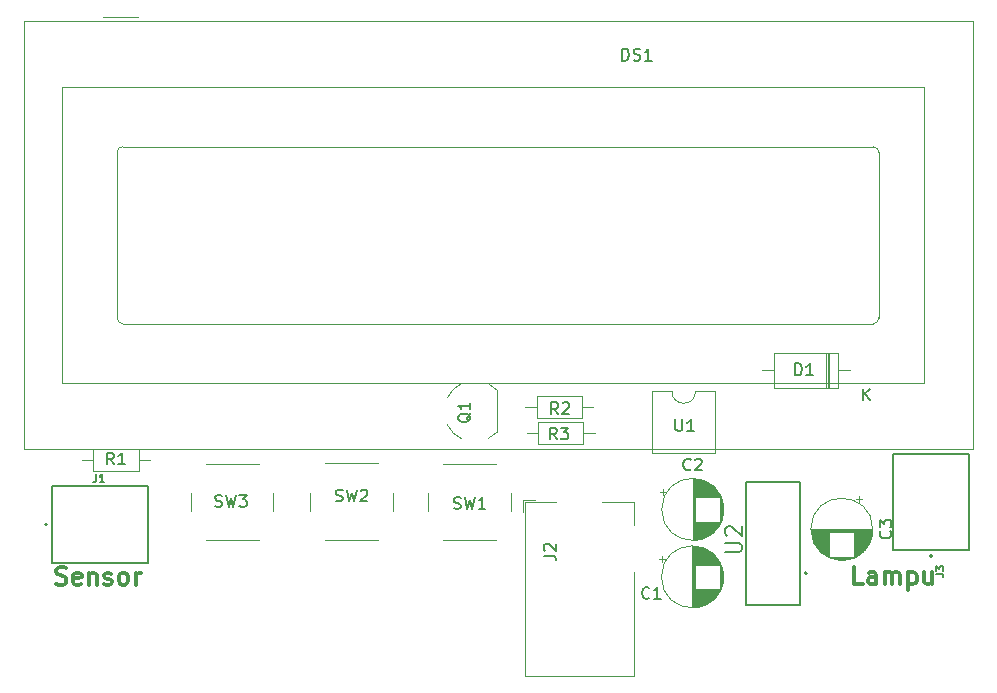
<source format=gbr>
%TF.GenerationSoftware,KiCad,Pcbnew,(6.0.0)*%
%TF.CreationDate,2022-01-31T23:05:30+07:00*%
%TF.ProjectId,eggmodel_V1.1,6567676d-6f64-4656-9c5f-56312e312e6b,rev?*%
%TF.SameCoordinates,Original*%
%TF.FileFunction,Legend,Top*%
%TF.FilePolarity,Positive*%
%FSLAX46Y46*%
G04 Gerber Fmt 4.6, Leading zero omitted, Abs format (unit mm)*
G04 Created by KiCad (PCBNEW (6.0.0)) date 2022-01-31 23:05:30*
%MOMM*%
%LPD*%
G01*
G04 APERTURE LIST*
%ADD10C,0.300000*%
%ADD11C,0.150000*%
%ADD12C,0.127000*%
%ADD13C,0.200000*%
%ADD14C,0.120000*%
G04 APERTURE END LIST*
D10*
X155278571Y-128958571D02*
X154564285Y-128958571D01*
X154564285Y-127458571D01*
X156421428Y-128958571D02*
X156421428Y-128172857D01*
X156350000Y-128030000D01*
X156207142Y-127958571D01*
X155921428Y-127958571D01*
X155778571Y-128030000D01*
X156421428Y-128887142D02*
X156278571Y-128958571D01*
X155921428Y-128958571D01*
X155778571Y-128887142D01*
X155707142Y-128744285D01*
X155707142Y-128601428D01*
X155778571Y-128458571D01*
X155921428Y-128387142D01*
X156278571Y-128387142D01*
X156421428Y-128315714D01*
X157135714Y-128958571D02*
X157135714Y-127958571D01*
X157135714Y-128101428D02*
X157207142Y-128030000D01*
X157350000Y-127958571D01*
X157564285Y-127958571D01*
X157707142Y-128030000D01*
X157778571Y-128172857D01*
X157778571Y-128958571D01*
X157778571Y-128172857D02*
X157850000Y-128030000D01*
X157992857Y-127958571D01*
X158207142Y-127958571D01*
X158350000Y-128030000D01*
X158421428Y-128172857D01*
X158421428Y-128958571D01*
X159135714Y-127958571D02*
X159135714Y-129458571D01*
X159135714Y-128030000D02*
X159278571Y-127958571D01*
X159564285Y-127958571D01*
X159707142Y-128030000D01*
X159778571Y-128101428D01*
X159850000Y-128244285D01*
X159850000Y-128672857D01*
X159778571Y-128815714D01*
X159707142Y-128887142D01*
X159564285Y-128958571D01*
X159278571Y-128958571D01*
X159135714Y-128887142D01*
X161135714Y-127958571D02*
X161135714Y-128958571D01*
X160492857Y-127958571D02*
X160492857Y-128744285D01*
X160564285Y-128887142D01*
X160707142Y-128958571D01*
X160921428Y-128958571D01*
X161064285Y-128887142D01*
X161135714Y-128815714D01*
X87000000Y-128917142D02*
X87214285Y-128988571D01*
X87571428Y-128988571D01*
X87714285Y-128917142D01*
X87785714Y-128845714D01*
X87857142Y-128702857D01*
X87857142Y-128560000D01*
X87785714Y-128417142D01*
X87714285Y-128345714D01*
X87571428Y-128274285D01*
X87285714Y-128202857D01*
X87142857Y-128131428D01*
X87071428Y-128060000D01*
X87000000Y-127917142D01*
X87000000Y-127774285D01*
X87071428Y-127631428D01*
X87142857Y-127560000D01*
X87285714Y-127488571D01*
X87642857Y-127488571D01*
X87857142Y-127560000D01*
X89071428Y-128917142D02*
X88928571Y-128988571D01*
X88642857Y-128988571D01*
X88500000Y-128917142D01*
X88428571Y-128774285D01*
X88428571Y-128202857D01*
X88500000Y-128060000D01*
X88642857Y-127988571D01*
X88928571Y-127988571D01*
X89071428Y-128060000D01*
X89142857Y-128202857D01*
X89142857Y-128345714D01*
X88428571Y-128488571D01*
X89785714Y-127988571D02*
X89785714Y-128988571D01*
X89785714Y-128131428D02*
X89857142Y-128060000D01*
X90000000Y-127988571D01*
X90214285Y-127988571D01*
X90357142Y-128060000D01*
X90428571Y-128202857D01*
X90428571Y-128988571D01*
X91071428Y-128917142D02*
X91214285Y-128988571D01*
X91500000Y-128988571D01*
X91642857Y-128917142D01*
X91714285Y-128774285D01*
X91714285Y-128702857D01*
X91642857Y-128560000D01*
X91500000Y-128488571D01*
X91285714Y-128488571D01*
X91142857Y-128417142D01*
X91071428Y-128274285D01*
X91071428Y-128202857D01*
X91142857Y-128060000D01*
X91285714Y-127988571D01*
X91500000Y-127988571D01*
X91642857Y-128060000D01*
X92571428Y-128988571D02*
X92428571Y-128917142D01*
X92357142Y-128845714D01*
X92285714Y-128702857D01*
X92285714Y-128274285D01*
X92357142Y-128131428D01*
X92428571Y-128060000D01*
X92571428Y-127988571D01*
X92785714Y-127988571D01*
X92928571Y-128060000D01*
X93000000Y-128131428D01*
X93071428Y-128274285D01*
X93071428Y-128702857D01*
X93000000Y-128845714D01*
X92928571Y-128917142D01*
X92785714Y-128988571D01*
X92571428Y-128988571D01*
X93714285Y-128988571D02*
X93714285Y-127988571D01*
X93714285Y-128274285D02*
X93785714Y-128131428D01*
X93857142Y-128060000D01*
X94000000Y-127988571D01*
X94142857Y-127988571D01*
D11*
%TO.C,J3*%
X161469415Y-128073399D02*
X161926699Y-128073399D01*
X162018156Y-128103884D01*
X162079127Y-128164856D01*
X162109613Y-128256313D01*
X162109613Y-128317284D01*
X161469415Y-127829514D02*
X161469415Y-127433201D01*
X161713300Y-127646600D01*
X161713300Y-127555143D01*
X161743785Y-127494172D01*
X161774271Y-127463686D01*
X161835242Y-127433201D01*
X161987670Y-127433201D01*
X162048642Y-127463686D01*
X162079127Y-127494172D01*
X162109613Y-127555143D01*
X162109613Y-127738057D01*
X162079127Y-127799028D01*
X162048642Y-127829514D01*
%TO.C,J2*%
X128269880Y-126543333D02*
X128984166Y-126543333D01*
X129127023Y-126590952D01*
X129222261Y-126686190D01*
X129269880Y-126829047D01*
X129269880Y-126924285D01*
X128365119Y-126114761D02*
X128317500Y-126067142D01*
X128269880Y-125971904D01*
X128269880Y-125733809D01*
X128317500Y-125638571D01*
X128365119Y-125590952D01*
X128460357Y-125543333D01*
X128555595Y-125543333D01*
X128698452Y-125590952D01*
X129269880Y-126162380D01*
X129269880Y-125543333D01*
%TO.C,R1*%
X91873333Y-118822380D02*
X91540000Y-118346190D01*
X91301904Y-118822380D02*
X91301904Y-117822380D01*
X91682857Y-117822380D01*
X91778095Y-117870000D01*
X91825714Y-117917619D01*
X91873333Y-118012857D01*
X91873333Y-118155714D01*
X91825714Y-118250952D01*
X91778095Y-118298571D01*
X91682857Y-118346190D01*
X91301904Y-118346190D01*
X92825714Y-118822380D02*
X92254285Y-118822380D01*
X92540000Y-118822380D02*
X92540000Y-117822380D01*
X92444761Y-117965238D01*
X92349523Y-118060476D01*
X92254285Y-118108095D01*
%TO.C,Q1*%
X122107619Y-114485238D02*
X122060000Y-114580476D01*
X121964761Y-114675714D01*
X121821904Y-114818571D01*
X121774285Y-114913809D01*
X121774285Y-115009047D01*
X122012380Y-114961428D02*
X121964761Y-115056666D01*
X121869523Y-115151904D01*
X121679047Y-115199523D01*
X121345714Y-115199523D01*
X121155238Y-115151904D01*
X121060000Y-115056666D01*
X121012380Y-114961428D01*
X121012380Y-114770952D01*
X121060000Y-114675714D01*
X121155238Y-114580476D01*
X121345714Y-114532857D01*
X121679047Y-114532857D01*
X121869523Y-114580476D01*
X121964761Y-114675714D01*
X122012380Y-114770952D01*
X122012380Y-114961428D01*
X122012380Y-113580476D02*
X122012380Y-114151904D01*
X122012380Y-113866190D02*
X121012380Y-113866190D01*
X121155238Y-113961428D01*
X121250476Y-114056666D01*
X121298095Y-114151904D01*
%TO.C,DS1*%
X134915714Y-84622380D02*
X134915714Y-83622380D01*
X135153809Y-83622380D01*
X135296666Y-83670000D01*
X135391904Y-83765238D01*
X135439523Y-83860476D01*
X135487142Y-84050952D01*
X135487142Y-84193809D01*
X135439523Y-84384285D01*
X135391904Y-84479523D01*
X135296666Y-84574761D01*
X135153809Y-84622380D01*
X134915714Y-84622380D01*
X135868095Y-84574761D02*
X136010952Y-84622380D01*
X136249047Y-84622380D01*
X136344285Y-84574761D01*
X136391904Y-84527142D01*
X136439523Y-84431904D01*
X136439523Y-84336666D01*
X136391904Y-84241428D01*
X136344285Y-84193809D01*
X136249047Y-84146190D01*
X136058571Y-84098571D01*
X135963333Y-84050952D01*
X135915714Y-84003333D01*
X135868095Y-83908095D01*
X135868095Y-83812857D01*
X135915714Y-83717619D01*
X135963333Y-83670000D01*
X136058571Y-83622380D01*
X136296666Y-83622380D01*
X136439523Y-83670000D01*
X137391904Y-84622380D02*
X136820476Y-84622380D01*
X137106190Y-84622380D02*
X137106190Y-83622380D01*
X137010952Y-83765238D01*
X136915714Y-83860476D01*
X136820476Y-83908095D01*
%TO.C,SW1*%
X120656666Y-122534761D02*
X120799523Y-122582380D01*
X121037619Y-122582380D01*
X121132857Y-122534761D01*
X121180476Y-122487142D01*
X121228095Y-122391904D01*
X121228095Y-122296666D01*
X121180476Y-122201428D01*
X121132857Y-122153809D01*
X121037619Y-122106190D01*
X120847142Y-122058571D01*
X120751904Y-122010952D01*
X120704285Y-121963333D01*
X120656666Y-121868095D01*
X120656666Y-121772857D01*
X120704285Y-121677619D01*
X120751904Y-121630000D01*
X120847142Y-121582380D01*
X121085238Y-121582380D01*
X121228095Y-121630000D01*
X121561428Y-121582380D02*
X121799523Y-122582380D01*
X121990000Y-121868095D01*
X122180476Y-122582380D01*
X122418571Y-121582380D01*
X123323333Y-122582380D02*
X122751904Y-122582380D01*
X123037619Y-122582380D02*
X123037619Y-121582380D01*
X122942380Y-121725238D01*
X122847142Y-121820476D01*
X122751904Y-121868095D01*
%TO.C,C1*%
X137213333Y-130107142D02*
X137165714Y-130154761D01*
X137022857Y-130202380D01*
X136927619Y-130202380D01*
X136784761Y-130154761D01*
X136689523Y-130059523D01*
X136641904Y-129964285D01*
X136594285Y-129773809D01*
X136594285Y-129630952D01*
X136641904Y-129440476D01*
X136689523Y-129345238D01*
X136784761Y-129250000D01*
X136927619Y-129202380D01*
X137022857Y-129202380D01*
X137165714Y-129250000D01*
X137213333Y-129297619D01*
X138165714Y-130202380D02*
X137594285Y-130202380D01*
X137880000Y-130202380D02*
X137880000Y-129202380D01*
X137784761Y-129345238D01*
X137689523Y-129440476D01*
X137594285Y-129488095D01*
%TO.C,SW2*%
X110666666Y-121904761D02*
X110809523Y-121952380D01*
X111047619Y-121952380D01*
X111142857Y-121904761D01*
X111190476Y-121857142D01*
X111238095Y-121761904D01*
X111238095Y-121666666D01*
X111190476Y-121571428D01*
X111142857Y-121523809D01*
X111047619Y-121476190D01*
X110857142Y-121428571D01*
X110761904Y-121380952D01*
X110714285Y-121333333D01*
X110666666Y-121238095D01*
X110666666Y-121142857D01*
X110714285Y-121047619D01*
X110761904Y-121000000D01*
X110857142Y-120952380D01*
X111095238Y-120952380D01*
X111238095Y-121000000D01*
X111571428Y-120952380D02*
X111809523Y-121952380D01*
X112000000Y-121238095D01*
X112190476Y-121952380D01*
X112428571Y-120952380D01*
X112761904Y-121047619D02*
X112809523Y-121000000D01*
X112904761Y-120952380D01*
X113142857Y-120952380D01*
X113238095Y-121000000D01*
X113285714Y-121047619D01*
X113333333Y-121142857D01*
X113333333Y-121238095D01*
X113285714Y-121380952D01*
X112714285Y-121952380D01*
X113333333Y-121952380D01*
%TO.C,C2*%
X140713333Y-119227142D02*
X140665714Y-119274761D01*
X140522857Y-119322380D01*
X140427619Y-119322380D01*
X140284761Y-119274761D01*
X140189523Y-119179523D01*
X140141904Y-119084285D01*
X140094285Y-118893809D01*
X140094285Y-118750952D01*
X140141904Y-118560476D01*
X140189523Y-118465238D01*
X140284761Y-118370000D01*
X140427619Y-118322380D01*
X140522857Y-118322380D01*
X140665714Y-118370000D01*
X140713333Y-118417619D01*
X141094285Y-118417619D02*
X141141904Y-118370000D01*
X141237142Y-118322380D01*
X141475238Y-118322380D01*
X141570476Y-118370000D01*
X141618095Y-118417619D01*
X141665714Y-118512857D01*
X141665714Y-118608095D01*
X141618095Y-118750952D01*
X141046666Y-119322380D01*
X141665714Y-119322380D01*
%TO.C,SW3*%
X100446666Y-122354761D02*
X100589523Y-122402380D01*
X100827619Y-122402380D01*
X100922857Y-122354761D01*
X100970476Y-122307142D01*
X101018095Y-122211904D01*
X101018095Y-122116666D01*
X100970476Y-122021428D01*
X100922857Y-121973809D01*
X100827619Y-121926190D01*
X100637142Y-121878571D01*
X100541904Y-121830952D01*
X100494285Y-121783333D01*
X100446666Y-121688095D01*
X100446666Y-121592857D01*
X100494285Y-121497619D01*
X100541904Y-121450000D01*
X100637142Y-121402380D01*
X100875238Y-121402380D01*
X101018095Y-121450000D01*
X101351428Y-121402380D02*
X101589523Y-122402380D01*
X101780000Y-121688095D01*
X101970476Y-122402380D01*
X102208571Y-121402380D01*
X102494285Y-121402380D02*
X103113333Y-121402380D01*
X102780000Y-121783333D01*
X102922857Y-121783333D01*
X103018095Y-121830952D01*
X103065714Y-121878571D01*
X103113333Y-121973809D01*
X103113333Y-122211904D01*
X103065714Y-122307142D01*
X103018095Y-122354761D01*
X102922857Y-122402380D01*
X102637142Y-122402380D01*
X102541904Y-122354761D01*
X102494285Y-122307142D01*
%TO.C,R2*%
X129493333Y-114562380D02*
X129160000Y-114086190D01*
X128921904Y-114562380D02*
X128921904Y-113562380D01*
X129302857Y-113562380D01*
X129398095Y-113610000D01*
X129445714Y-113657619D01*
X129493333Y-113752857D01*
X129493333Y-113895714D01*
X129445714Y-113990952D01*
X129398095Y-114038571D01*
X129302857Y-114086190D01*
X128921904Y-114086190D01*
X129874285Y-113657619D02*
X129921904Y-113610000D01*
X130017142Y-113562380D01*
X130255238Y-113562380D01*
X130350476Y-113610000D01*
X130398095Y-113657619D01*
X130445714Y-113752857D01*
X130445714Y-113848095D01*
X130398095Y-113990952D01*
X129826666Y-114562380D01*
X130445714Y-114562380D01*
%TO.C,U1*%
X139418095Y-114987380D02*
X139418095Y-115796904D01*
X139465714Y-115892142D01*
X139513333Y-115939761D01*
X139608571Y-115987380D01*
X139799047Y-115987380D01*
X139894285Y-115939761D01*
X139941904Y-115892142D01*
X139989523Y-115796904D01*
X139989523Y-114987380D01*
X140989523Y-115987380D02*
X140418095Y-115987380D01*
X140703809Y-115987380D02*
X140703809Y-114987380D01*
X140608571Y-115130238D01*
X140513333Y-115225476D01*
X140418095Y-115273095D01*
%TO.C,U2*%
X143625333Y-126246666D02*
X144758666Y-126246666D01*
X144892000Y-126180000D01*
X144958666Y-126113333D01*
X145025333Y-125980000D01*
X145025333Y-125713333D01*
X144958666Y-125580000D01*
X144892000Y-125513333D01*
X144758666Y-125446666D01*
X143625333Y-125446666D01*
X143758666Y-124846666D02*
X143692000Y-124780000D01*
X143625333Y-124646666D01*
X143625333Y-124313333D01*
X143692000Y-124180000D01*
X143758666Y-124113333D01*
X143892000Y-124046666D01*
X144025333Y-124046666D01*
X144225333Y-124113333D01*
X145025333Y-124913333D01*
X145025333Y-124046666D01*
%TO.C,R3*%
X129373333Y-116692380D02*
X129040000Y-116216190D01*
X128801904Y-116692380D02*
X128801904Y-115692380D01*
X129182857Y-115692380D01*
X129278095Y-115740000D01*
X129325714Y-115787619D01*
X129373333Y-115882857D01*
X129373333Y-116025714D01*
X129325714Y-116120952D01*
X129278095Y-116168571D01*
X129182857Y-116216190D01*
X128801904Y-116216190D01*
X129706666Y-115692380D02*
X130325714Y-115692380D01*
X129992380Y-116073333D01*
X130135238Y-116073333D01*
X130230476Y-116120952D01*
X130278095Y-116168571D01*
X130325714Y-116263809D01*
X130325714Y-116501904D01*
X130278095Y-116597142D01*
X130230476Y-116644761D01*
X130135238Y-116692380D01*
X129849523Y-116692380D01*
X129754285Y-116644761D01*
X129706666Y-116597142D01*
%TO.C,C3*%
X157607142Y-124466666D02*
X157654761Y-124514285D01*
X157702380Y-124657142D01*
X157702380Y-124752380D01*
X157654761Y-124895238D01*
X157559523Y-124990476D01*
X157464285Y-125038095D01*
X157273809Y-125085714D01*
X157130952Y-125085714D01*
X156940476Y-125038095D01*
X156845238Y-124990476D01*
X156750000Y-124895238D01*
X156702380Y-124752380D01*
X156702380Y-124657142D01*
X156750000Y-124514285D01*
X156797619Y-124466666D01*
X156702380Y-124133333D02*
X156702380Y-123514285D01*
X157083333Y-123847619D01*
X157083333Y-123704761D01*
X157130952Y-123609523D01*
X157178571Y-123561904D01*
X157273809Y-123514285D01*
X157511904Y-123514285D01*
X157607142Y-123561904D01*
X157654761Y-123609523D01*
X157702380Y-123704761D01*
X157702380Y-123990476D01*
X157654761Y-124085714D01*
X157607142Y-124133333D01*
%TO.C,J1*%
X90388100Y-119659415D02*
X90388100Y-120116699D01*
X90357615Y-120208156D01*
X90296643Y-120269127D01*
X90205186Y-120299613D01*
X90144215Y-120299613D01*
X91028298Y-120299613D02*
X90662471Y-120299613D01*
X90845384Y-120299613D02*
X90845384Y-119659415D01*
X90784413Y-119750872D01*
X90723442Y-119811843D01*
X90662471Y-119842329D01*
%TO.C,D1*%
X149541904Y-111262380D02*
X149541904Y-110262380D01*
X149780000Y-110262380D01*
X149922857Y-110310000D01*
X150018095Y-110405238D01*
X150065714Y-110500476D01*
X150113333Y-110690952D01*
X150113333Y-110833809D01*
X150065714Y-111024285D01*
X150018095Y-111119523D01*
X149922857Y-111214761D01*
X149780000Y-111262380D01*
X149541904Y-111262380D01*
X151065714Y-111262380D02*
X150494285Y-111262380D01*
X150780000Y-111262380D02*
X150780000Y-110262380D01*
X150684761Y-110405238D01*
X150589523Y-110500476D01*
X150494285Y-110548095D01*
X155308095Y-113402380D02*
X155308095Y-112402380D01*
X155879523Y-113402380D02*
X155450952Y-112830952D01*
X155879523Y-112402380D02*
X155308095Y-112973809D01*
D12*
%TO.C,J3*%
X157810000Y-126030000D02*
X157810000Y-117950000D01*
X164310000Y-126030000D02*
X157810000Y-126030000D01*
X157810000Y-117950000D02*
X164310000Y-117950000D01*
X164310000Y-117950000D02*
X164310000Y-126030000D01*
D13*
X161160000Y-126562000D02*
G75*
G03*
X161160000Y-126562000I-100000J0D01*
G01*
D14*
%TO.C,J2*%
X135900000Y-127910000D02*
X135900000Y-136710000D01*
X135900000Y-122010000D02*
X135900000Y-123910000D01*
X126500000Y-122860000D02*
X126500000Y-121810000D01*
X135900000Y-136710000D02*
X126700000Y-136710000D01*
X133200000Y-122010000D02*
X135900000Y-122010000D01*
X127550000Y-121810000D02*
X126500000Y-121810000D01*
X126700000Y-122010000D02*
X129300000Y-122010000D01*
X126700000Y-136710000D02*
X126700000Y-122010000D01*
%TO.C,R1*%
X89170000Y-118430000D02*
X90120000Y-118430000D01*
X93960000Y-119350000D02*
X93960000Y-117510000D01*
X90120000Y-119350000D02*
X93960000Y-119350000D01*
X93960000Y-117510000D02*
X90120000Y-117510000D01*
X90120000Y-117510000D02*
X90120000Y-119350000D01*
X94910000Y-118430000D02*
X93960000Y-118430000D01*
%TO.C,Q1*%
X124290000Y-116100000D02*
X124290000Y-112500000D01*
X123562795Y-116624184D02*
G75*
G03*
X124290000Y-116100000I-1122789J2324175D01*
G01*
X124290000Y-112500000D02*
G75*
G03*
X123562795Y-111975816I-1849994J-1799991D01*
G01*
X120090001Y-115440000D02*
G75*
G03*
X121336158Y-116667199I2349998J1139999D01*
G01*
X121341629Y-111944542D02*
G75*
G03*
X120090000Y-113190000I1098374J-2355460D01*
G01*
%TO.C,DS1*%
X160440000Y-111902500D02*
X87440000Y-111902500D01*
X87440000Y-86902500D02*
X160440000Y-86902500D01*
X164580000Y-81262500D02*
X85100000Y-81262500D01*
X164580000Y-117542500D02*
X164580000Y-81262500D01*
X90940000Y-80902500D02*
X93940000Y-80902500D01*
X84300000Y-117542500D02*
X164580000Y-117542500D01*
X92140280Y-106401820D02*
X92140280Y-92402500D01*
X156140660Y-106902500D02*
X92640000Y-106902500D01*
X156640000Y-92402500D02*
X156640000Y-106402500D01*
X160440000Y-86902500D02*
X160440000Y-111902500D01*
X92640000Y-91902500D02*
X156140000Y-91902500D01*
X84310000Y-81262500D02*
X85100000Y-81262500D01*
X87440000Y-111902500D02*
X87440000Y-86902500D01*
X84300000Y-81262500D02*
X84300000Y-117542500D01*
X92640660Y-91900960D02*
G75*
G03*
X92140280Y-92401340I0J-500380D01*
G01*
X156140660Y-106902200D02*
G75*
G03*
X156641040Y-106401820I0J500380D01*
G01*
X156640000Y-92402500D02*
G75*
G03*
X156140000Y-91902500I-500001J-1D01*
G01*
X92140280Y-106401820D02*
G75*
G03*
X92640660Y-106902200I500380J0D01*
G01*
%TO.C,SW1*%
X118460000Y-121240000D02*
X118460000Y-122740000D01*
X119710000Y-125240000D02*
X124210000Y-125240000D01*
X125460000Y-122740000D02*
X125460000Y-121240000D01*
X124210000Y-118740000D02*
X119710000Y-118740000D01*
%TO.C,C1*%
X141651000Y-125875000D02*
X141651000Y-127290000D01*
X141571000Y-125850000D02*
X141571000Y-127290000D01*
X141050000Y-125757000D02*
X141050000Y-130903000D01*
X141971000Y-129370000D02*
X141971000Y-130659000D01*
X142891000Y-126725000D02*
X142891000Y-127290000D01*
X142171000Y-126106000D02*
X142171000Y-127290000D01*
X141611000Y-129370000D02*
X141611000Y-130798000D01*
X141691000Y-129370000D02*
X141691000Y-130772000D01*
X141771000Y-129370000D02*
X141771000Y-130744000D01*
X142971000Y-129370000D02*
X142971000Y-129830000D01*
X143171000Y-127152000D02*
X143171000Y-129508000D01*
X141731000Y-125902000D02*
X141731000Y-127290000D01*
X142091000Y-129370000D02*
X142091000Y-130598000D01*
X141651000Y-129370000D02*
X141651000Y-130785000D01*
X141370000Y-125802000D02*
X141370000Y-127290000D01*
X142371000Y-126235000D02*
X142371000Y-127290000D01*
X141210000Y-125774000D02*
X141210000Y-127290000D01*
X141811000Y-125932000D02*
X141811000Y-127290000D01*
X143051000Y-129370000D02*
X143051000Y-129713000D01*
X143291000Y-127415000D02*
X143291000Y-129245000D01*
X142291000Y-126181000D02*
X142291000Y-127290000D01*
X142291000Y-129370000D02*
X142291000Y-130479000D01*
X143091000Y-127011000D02*
X143091000Y-127290000D01*
X143051000Y-126947000D02*
X143051000Y-127290000D01*
X142611000Y-126429000D02*
X142611000Y-127290000D01*
X142171000Y-129370000D02*
X142171000Y-130554000D01*
X140850000Y-125750000D02*
X140850000Y-130910000D01*
X141250000Y-129370000D02*
X141250000Y-130880000D01*
X142611000Y-129370000D02*
X142611000Y-130231000D01*
X141290000Y-125787000D02*
X141290000Y-127290000D01*
X142011000Y-129370000D02*
X142011000Y-130640000D01*
X143371000Y-127653000D02*
X143371000Y-129007000D01*
X142051000Y-129370000D02*
X142051000Y-130620000D01*
X142131000Y-126083000D02*
X142131000Y-127290000D01*
X141170000Y-125769000D02*
X141170000Y-127290000D01*
X141530000Y-129370000D02*
X141530000Y-130821000D01*
X142731000Y-126545000D02*
X142731000Y-127290000D01*
X141691000Y-125888000D02*
X141691000Y-127290000D01*
X142851000Y-129370000D02*
X142851000Y-129983000D01*
X142931000Y-126776000D02*
X142931000Y-127290000D01*
X141210000Y-129370000D02*
X141210000Y-130886000D01*
X142971000Y-126830000D02*
X142971000Y-127290000D01*
X142411000Y-126265000D02*
X142411000Y-127290000D01*
X142851000Y-126677000D02*
X142851000Y-127290000D01*
X142131000Y-129370000D02*
X142131000Y-130577000D01*
X142571000Y-129370000D02*
X142571000Y-130267000D01*
X141851000Y-125948000D02*
X141851000Y-127290000D01*
X141931000Y-129370000D02*
X141931000Y-130678000D01*
X142331000Y-126208000D02*
X142331000Y-127290000D01*
X141931000Y-125982000D02*
X141931000Y-127290000D01*
X143411000Y-127812000D02*
X143411000Y-128848000D01*
X142771000Y-129370000D02*
X142771000Y-130073000D01*
X141010000Y-125754000D02*
X141010000Y-130906000D01*
X140930000Y-125751000D02*
X140930000Y-130909000D01*
X142051000Y-126040000D02*
X142051000Y-127290000D01*
X140970000Y-125752000D02*
X140970000Y-130908000D01*
X142251000Y-129370000D02*
X142251000Y-130505000D01*
X141090000Y-125761000D02*
X141090000Y-127290000D01*
X142691000Y-126504000D02*
X142691000Y-127290000D01*
X141450000Y-129370000D02*
X141450000Y-130841000D01*
X141490000Y-125829000D02*
X141490000Y-127290000D01*
X141530000Y-125839000D02*
X141530000Y-127290000D01*
X141410000Y-129370000D02*
X141410000Y-130850000D01*
X143091000Y-129370000D02*
X143091000Y-129649000D01*
X141731000Y-129370000D02*
X141731000Y-130758000D01*
X142451000Y-126295000D02*
X142451000Y-127290000D01*
X141330000Y-125794000D02*
X141330000Y-127290000D01*
X142451000Y-129370000D02*
X142451000Y-130365000D01*
X142531000Y-129370000D02*
X142531000Y-130301000D01*
X141571000Y-129370000D02*
X141571000Y-130810000D01*
X141370000Y-129370000D02*
X141370000Y-130858000D01*
X142731000Y-129370000D02*
X142731000Y-130115000D01*
X141490000Y-129370000D02*
X141490000Y-130831000D01*
X141410000Y-125810000D02*
X141410000Y-127290000D01*
X143011000Y-126887000D02*
X143011000Y-127290000D01*
X141891000Y-125965000D02*
X141891000Y-127290000D01*
X142491000Y-129370000D02*
X142491000Y-130334000D01*
X143131000Y-127079000D02*
X143131000Y-127290000D01*
X140890000Y-125750000D02*
X140890000Y-130910000D01*
X141611000Y-125862000D02*
X141611000Y-127290000D01*
X142211000Y-126130000D02*
X142211000Y-127290000D01*
X142571000Y-126393000D02*
X142571000Y-127290000D01*
X142651000Y-126466000D02*
X142651000Y-127290000D01*
X142091000Y-126062000D02*
X142091000Y-127290000D01*
X143211000Y-127232000D02*
X143211000Y-129428000D01*
X142531000Y-126359000D02*
X142531000Y-127290000D01*
X143251000Y-127319000D02*
X143251000Y-129341000D01*
X142891000Y-129370000D02*
X142891000Y-129935000D01*
X142691000Y-129370000D02*
X142691000Y-130156000D01*
X142411000Y-129370000D02*
X142411000Y-130395000D01*
X143011000Y-129370000D02*
X143011000Y-129773000D01*
X142771000Y-126587000D02*
X142771000Y-127290000D01*
X142251000Y-126155000D02*
X142251000Y-127290000D01*
X141090000Y-129370000D02*
X141090000Y-130899000D01*
X141250000Y-125780000D02*
X141250000Y-127290000D01*
X138045225Y-126855000D02*
X138545225Y-126855000D01*
X142651000Y-129370000D02*
X142651000Y-130194000D01*
X141971000Y-126001000D02*
X141971000Y-127290000D01*
X142331000Y-129370000D02*
X142331000Y-130452000D01*
X141771000Y-125916000D02*
X141771000Y-127290000D01*
X142011000Y-126020000D02*
X142011000Y-127290000D01*
X142491000Y-126326000D02*
X142491000Y-127290000D01*
X141290000Y-129370000D02*
X141290000Y-130873000D01*
X141330000Y-129370000D02*
X141330000Y-130866000D01*
X141891000Y-129370000D02*
X141891000Y-130695000D01*
X141851000Y-129370000D02*
X141851000Y-130712000D01*
X141130000Y-125765000D02*
X141130000Y-127290000D01*
X142211000Y-129370000D02*
X142211000Y-130530000D01*
X143131000Y-129370000D02*
X143131000Y-129581000D01*
X142811000Y-129370000D02*
X142811000Y-130029000D01*
X142371000Y-129370000D02*
X142371000Y-130425000D01*
X142931000Y-129370000D02*
X142931000Y-129884000D01*
X141170000Y-129370000D02*
X141170000Y-130891000D01*
X142811000Y-126631000D02*
X142811000Y-127290000D01*
X143451000Y-128046000D02*
X143451000Y-128614000D01*
X138295225Y-126605000D02*
X138295225Y-127105000D01*
X141811000Y-129370000D02*
X141811000Y-130728000D01*
X141450000Y-125819000D02*
X141450000Y-127290000D01*
X143331000Y-127525000D02*
X143331000Y-129135000D01*
X141130000Y-129370000D02*
X141130000Y-130895000D01*
X143470000Y-128330000D02*
G75*
G03*
X143470000Y-128330000I-2620000J0D01*
G01*
%TO.C,SW2*%
X115470000Y-122720000D02*
X115470000Y-121220000D01*
X109720000Y-125220000D02*
X114220000Y-125220000D01*
X114220000Y-118720000D02*
X109720000Y-118720000D01*
X108470000Y-121220000D02*
X108470000Y-122720000D01*
%TO.C,C2*%
X141280000Y-123660000D02*
X141280000Y-125170000D01*
X141520000Y-120119000D02*
X141520000Y-121580000D01*
X141841000Y-120222000D02*
X141841000Y-121580000D01*
X141761000Y-123660000D02*
X141761000Y-125048000D01*
X141440000Y-120100000D02*
X141440000Y-121580000D01*
X142641000Y-120719000D02*
X142641000Y-121580000D01*
X142961000Y-123660000D02*
X142961000Y-124174000D01*
X143361000Y-121815000D02*
X143361000Y-123425000D01*
X141681000Y-120165000D02*
X141681000Y-121580000D01*
X143001000Y-121120000D02*
X143001000Y-121580000D01*
X142921000Y-123660000D02*
X142921000Y-124225000D01*
X142521000Y-120616000D02*
X142521000Y-121580000D01*
X141921000Y-123660000D02*
X141921000Y-124985000D01*
X142001000Y-123660000D02*
X142001000Y-124949000D01*
X141761000Y-120192000D02*
X141761000Y-121580000D01*
X142361000Y-123660000D02*
X142361000Y-124742000D01*
X141480000Y-123660000D02*
X141480000Y-125131000D01*
X141480000Y-120109000D02*
X141480000Y-121580000D01*
X142721000Y-120794000D02*
X142721000Y-121580000D01*
X142881000Y-123660000D02*
X142881000Y-124273000D01*
X140960000Y-120041000D02*
X140960000Y-125199000D01*
X141040000Y-120044000D02*
X141040000Y-125196000D01*
X141200000Y-123660000D02*
X141200000Y-125181000D01*
X141721000Y-123660000D02*
X141721000Y-125062000D01*
X142161000Y-123660000D02*
X142161000Y-124867000D01*
X141160000Y-123660000D02*
X141160000Y-125185000D01*
X141921000Y-120255000D02*
X141921000Y-121580000D01*
X142801000Y-123660000D02*
X142801000Y-124363000D01*
X141120000Y-123660000D02*
X141120000Y-125189000D01*
X141641000Y-123660000D02*
X141641000Y-125088000D01*
X143161000Y-123660000D02*
X143161000Y-123871000D01*
X141240000Y-123660000D02*
X141240000Y-125176000D01*
X142401000Y-120525000D02*
X142401000Y-121580000D01*
X141881000Y-120238000D02*
X141881000Y-121580000D01*
X141240000Y-120064000D02*
X141240000Y-121580000D01*
X141320000Y-123660000D02*
X141320000Y-125163000D01*
X141000000Y-120042000D02*
X141000000Y-125198000D01*
X143041000Y-123660000D02*
X143041000Y-124063000D01*
X143201000Y-121442000D02*
X143201000Y-123798000D01*
X142761000Y-123660000D02*
X142761000Y-124405000D01*
X143241000Y-121522000D02*
X143241000Y-123718000D01*
X142041000Y-120310000D02*
X142041000Y-121580000D01*
X141641000Y-120152000D02*
X141641000Y-121580000D01*
X141400000Y-123660000D02*
X141400000Y-125148000D01*
X142521000Y-123660000D02*
X142521000Y-124624000D01*
X142321000Y-123660000D02*
X142321000Y-124769000D01*
X141440000Y-123660000D02*
X141440000Y-125140000D01*
X142681000Y-120756000D02*
X142681000Y-121580000D01*
X142841000Y-120921000D02*
X142841000Y-121580000D01*
X142721000Y-123660000D02*
X142721000Y-124446000D01*
X143281000Y-121609000D02*
X143281000Y-123631000D01*
X142201000Y-123660000D02*
X142201000Y-124844000D01*
X142881000Y-120967000D02*
X142881000Y-121580000D01*
X143161000Y-121369000D02*
X143161000Y-121580000D01*
X142081000Y-120330000D02*
X142081000Y-121580000D01*
X142401000Y-123660000D02*
X142401000Y-124715000D01*
X142601000Y-120683000D02*
X142601000Y-121580000D01*
X143081000Y-121237000D02*
X143081000Y-121580000D01*
X141721000Y-120178000D02*
X141721000Y-121580000D01*
X142561000Y-123660000D02*
X142561000Y-124591000D01*
X141160000Y-120055000D02*
X141160000Y-121580000D01*
X142761000Y-120835000D02*
X142761000Y-121580000D01*
X142361000Y-120498000D02*
X142361000Y-121580000D01*
X141961000Y-123660000D02*
X141961000Y-124968000D01*
X142481000Y-120585000D02*
X142481000Y-121580000D01*
X142921000Y-121015000D02*
X142921000Y-121580000D01*
X141280000Y-120070000D02*
X141280000Y-121580000D01*
X143401000Y-121943000D02*
X143401000Y-123297000D01*
X141601000Y-120140000D02*
X141601000Y-121580000D01*
X141360000Y-120084000D02*
X141360000Y-121580000D01*
X142321000Y-120471000D02*
X142321000Y-121580000D01*
X142281000Y-120445000D02*
X142281000Y-121580000D01*
X143321000Y-121705000D02*
X143321000Y-123535000D01*
X142201000Y-120396000D02*
X142201000Y-121580000D01*
X142961000Y-121066000D02*
X142961000Y-121580000D01*
X141801000Y-120206000D02*
X141801000Y-121580000D01*
X142001000Y-120291000D02*
X142001000Y-121580000D01*
X143121000Y-123660000D02*
X143121000Y-123939000D01*
X142801000Y-120877000D02*
X142801000Y-121580000D01*
X142441000Y-123660000D02*
X142441000Y-124685000D01*
X142121000Y-120352000D02*
X142121000Y-121580000D01*
X142161000Y-120373000D02*
X142161000Y-121580000D01*
X141601000Y-123660000D02*
X141601000Y-125100000D01*
X142121000Y-123660000D02*
X142121000Y-124888000D01*
X142841000Y-123660000D02*
X142841000Y-124319000D01*
X140920000Y-120040000D02*
X140920000Y-125200000D01*
X140880000Y-120040000D02*
X140880000Y-125200000D01*
X143081000Y-123660000D02*
X143081000Y-124003000D01*
X143121000Y-121301000D02*
X143121000Y-121580000D01*
X141400000Y-120092000D02*
X141400000Y-121580000D01*
X143001000Y-123660000D02*
X143001000Y-124120000D01*
X138325225Y-120895000D02*
X138325225Y-121395000D01*
X141520000Y-123660000D02*
X141520000Y-125121000D01*
X141320000Y-120077000D02*
X141320000Y-121580000D01*
X141881000Y-123660000D02*
X141881000Y-125002000D01*
X141841000Y-123660000D02*
X141841000Y-125018000D01*
X142441000Y-120555000D02*
X142441000Y-121580000D01*
X142041000Y-123660000D02*
X142041000Y-124930000D01*
X142641000Y-123660000D02*
X142641000Y-124521000D01*
X141120000Y-120051000D02*
X141120000Y-121580000D01*
X142241000Y-123660000D02*
X142241000Y-124820000D01*
X141681000Y-123660000D02*
X141681000Y-125075000D01*
X143441000Y-122102000D02*
X143441000Y-123138000D01*
X142081000Y-123660000D02*
X142081000Y-124910000D01*
X141200000Y-120059000D02*
X141200000Y-121580000D01*
X143481000Y-122336000D02*
X143481000Y-122904000D01*
X142681000Y-123660000D02*
X142681000Y-124484000D01*
X142481000Y-123660000D02*
X142481000Y-124655000D01*
X138075225Y-121145000D02*
X138575225Y-121145000D01*
X141080000Y-120047000D02*
X141080000Y-125193000D01*
X143041000Y-121177000D02*
X143041000Y-121580000D01*
X141961000Y-120272000D02*
X141961000Y-121580000D01*
X142601000Y-123660000D02*
X142601000Y-124557000D01*
X141360000Y-123660000D02*
X141360000Y-125156000D01*
X141560000Y-120129000D02*
X141560000Y-121580000D01*
X142561000Y-120649000D02*
X142561000Y-121580000D01*
X142241000Y-120420000D02*
X142241000Y-121580000D01*
X142281000Y-123660000D02*
X142281000Y-124795000D01*
X141801000Y-123660000D02*
X141801000Y-125034000D01*
X141560000Y-123660000D02*
X141560000Y-125111000D01*
X143500000Y-122620000D02*
G75*
G03*
X143500000Y-122620000I-2620000J0D01*
G01*
%TO.C,SW3*%
X98380000Y-121240000D02*
X98380000Y-122740000D01*
X99630000Y-125240000D02*
X104130000Y-125240000D01*
X104130000Y-118740000D02*
X99630000Y-118740000D01*
X105380000Y-122740000D02*
X105380000Y-121240000D01*
%TO.C,R2*%
X126720000Y-113960000D02*
X127670000Y-113960000D01*
X131510000Y-113040000D02*
X127670000Y-113040000D01*
X132460000Y-113960000D02*
X131510000Y-113960000D01*
X131510000Y-114880000D02*
X131510000Y-113040000D01*
X127670000Y-113040000D02*
X127670000Y-114880000D01*
X127670000Y-114880000D02*
X131510000Y-114880000D01*
%TO.C,U1*%
X137470000Y-117835000D02*
X142770000Y-117835000D01*
X142770000Y-112635000D02*
X141120000Y-112635000D01*
X142770000Y-117835000D02*
X142770000Y-112635000D01*
X137470000Y-112635000D02*
X137470000Y-117835000D01*
X139120000Y-112635000D02*
X137470000Y-112635000D01*
X139120000Y-112635000D02*
G75*
G03*
X141120000Y-112635000I1000000J0D01*
G01*
D12*
%TO.C,U2*%
X149998000Y-120280000D02*
X149998000Y-130680000D01*
X149998000Y-130680000D02*
X145398000Y-130680000D01*
X145398000Y-120280000D02*
X149998000Y-120280000D01*
X145398000Y-130680000D02*
X145398000Y-120280000D01*
D13*
X150553000Y-128030000D02*
G75*
G03*
X150553000Y-128030000I-100000J0D01*
G01*
D14*
%TO.C,R3*%
X127790000Y-117070000D02*
X131630000Y-117070000D01*
X127790000Y-115230000D02*
X127790000Y-117070000D01*
X132580000Y-116150000D02*
X131630000Y-116150000D01*
X131630000Y-115230000D02*
X127790000Y-115230000D01*
X131630000Y-117070000D02*
X131630000Y-115230000D01*
X126840000Y-116150000D02*
X127790000Y-116150000D01*
%TO.C,C3*%
X152460000Y-126061000D02*
X151599000Y-126061000D01*
X152460000Y-125821000D02*
X151405000Y-125821000D01*
X152460000Y-126301000D02*
X151847000Y-126301000D01*
X154751000Y-126581000D02*
X154540000Y-126581000D01*
X156069000Y-124540000D02*
X154540000Y-124540000D01*
X155471000Y-125981000D02*
X154540000Y-125981000D01*
X155882000Y-125301000D02*
X154540000Y-125301000D01*
X155000000Y-126421000D02*
X154540000Y-126421000D01*
X154943000Y-126461000D02*
X154540000Y-126461000D01*
X152460000Y-125501000D02*
X151210000Y-125501000D01*
X156036000Y-124780000D02*
X154540000Y-124780000D01*
X154305000Y-126781000D02*
X152695000Y-126781000D01*
X155437000Y-126021000D02*
X154540000Y-126021000D01*
X155364000Y-126101000D02*
X154540000Y-126101000D01*
X152460000Y-126021000D02*
X151563000Y-126021000D01*
X152460000Y-125061000D02*
X151032000Y-125061000D01*
X152460000Y-125981000D02*
X151529000Y-125981000D01*
X155243000Y-126221000D02*
X154540000Y-126221000D01*
X155504000Y-125941000D02*
X154540000Y-125941000D01*
X152460000Y-124700000D02*
X150950000Y-124700000D01*
X155535000Y-125901000D02*
X154540000Y-125901000D01*
X152460000Y-126221000D02*
X151757000Y-126221000D01*
X152460000Y-125621000D02*
X151276000Y-125621000D01*
X152460000Y-126141000D02*
X151674000Y-126141000D01*
X152460000Y-125461000D02*
X151190000Y-125461000D01*
X152460000Y-126181000D02*
X151715000Y-126181000D01*
X152460000Y-125941000D02*
X151496000Y-125941000D01*
X152460000Y-126381000D02*
X151946000Y-126381000D01*
X156028000Y-124820000D02*
X154540000Y-124820000D01*
X152460000Y-125141000D02*
X151058000Y-125141000D01*
X152460000Y-125781000D02*
X151378000Y-125781000D01*
X156073000Y-124500000D02*
X150927000Y-124500000D01*
X155914000Y-125221000D02*
X154540000Y-125221000D01*
X152460000Y-124780000D02*
X150964000Y-124780000D01*
X156001000Y-124940000D02*
X154540000Y-124940000D01*
X152460000Y-124540000D02*
X150931000Y-124540000D01*
X154678000Y-126621000D02*
X152322000Y-126621000D01*
X156043000Y-124740000D02*
X154540000Y-124740000D01*
X152460000Y-126421000D02*
X152000000Y-126421000D01*
X155225000Y-121745225D02*
X154725000Y-121745225D01*
X155980000Y-125021000D02*
X154540000Y-125021000D01*
X155401000Y-126061000D02*
X154540000Y-126061000D01*
X155968000Y-125061000D02*
X154540000Y-125061000D01*
X155768000Y-125541000D02*
X154540000Y-125541000D01*
X152460000Y-124580000D02*
X150935000Y-124580000D01*
X152460000Y-125181000D02*
X151072000Y-125181000D01*
X155595000Y-125821000D02*
X154540000Y-125821000D01*
X152460000Y-125741000D02*
X151351000Y-125741000D01*
X154883000Y-126501000D02*
X154540000Y-126501000D01*
X152460000Y-125341000D02*
X151135000Y-125341000D01*
X155928000Y-125181000D02*
X154540000Y-125181000D01*
X152460000Y-124940000D02*
X150999000Y-124940000D01*
X152460000Y-124620000D02*
X150939000Y-124620000D01*
X154415000Y-126741000D02*
X152585000Y-126741000D01*
X154975000Y-121495225D02*
X154975000Y-121995225D01*
X155747000Y-125581000D02*
X154540000Y-125581000D01*
X156078000Y-124420000D02*
X150922000Y-124420000D01*
X156080000Y-124300000D02*
X150920000Y-124300000D01*
X156050000Y-124700000D02*
X154540000Y-124700000D01*
X155898000Y-125261000D02*
X154540000Y-125261000D01*
X152460000Y-124980000D02*
X151009000Y-124980000D01*
X155810000Y-125461000D02*
X154540000Y-125461000D01*
X152460000Y-125101000D02*
X151045000Y-125101000D01*
X152460000Y-126101000D02*
X151636000Y-126101000D01*
X155700000Y-125661000D02*
X154540000Y-125661000D01*
X155649000Y-125741000D02*
X154540000Y-125741000D01*
X152460000Y-126261000D02*
X151801000Y-126261000D01*
X152460000Y-124740000D02*
X150957000Y-124740000D01*
X156079000Y-124380000D02*
X150921000Y-124380000D01*
X155790000Y-125501000D02*
X154540000Y-125501000D01*
X152460000Y-125381000D02*
X151152000Y-125381000D01*
X152460000Y-124820000D02*
X150972000Y-124820000D01*
X152460000Y-125021000D02*
X151020000Y-125021000D01*
X152460000Y-125541000D02*
X151232000Y-125541000D01*
X152460000Y-126501000D02*
X152117000Y-126501000D01*
X152460000Y-125901000D02*
X151465000Y-125901000D01*
X153784000Y-126901000D02*
X153216000Y-126901000D01*
X155105000Y-126341000D02*
X154540000Y-126341000D01*
X156061000Y-124620000D02*
X154540000Y-124620000D01*
X155153000Y-126301000D02*
X154540000Y-126301000D01*
X155991000Y-124980000D02*
X154540000Y-124980000D01*
X156065000Y-124580000D02*
X154540000Y-124580000D01*
X154511000Y-126701000D02*
X152489000Y-126701000D01*
X152460000Y-124860000D02*
X150980000Y-124860000D01*
X152460000Y-125661000D02*
X151300000Y-125661000D01*
X156011000Y-124900000D02*
X154540000Y-124900000D01*
X152460000Y-126341000D02*
X151895000Y-126341000D01*
X155285000Y-126181000D02*
X154540000Y-126181000D01*
X154598000Y-126661000D02*
X152402000Y-126661000D01*
X152460000Y-125261000D02*
X151102000Y-125261000D01*
X152460000Y-126461000D02*
X152057000Y-126461000D01*
X154177000Y-126821000D02*
X152823000Y-126821000D01*
X155675000Y-125701000D02*
X154540000Y-125701000D01*
X156056000Y-124660000D02*
X154540000Y-124660000D01*
X152460000Y-126581000D02*
X152249000Y-126581000D01*
X152460000Y-125301000D02*
X151118000Y-125301000D01*
X155829000Y-125421000D02*
X154540000Y-125421000D01*
X152460000Y-125861000D02*
X151435000Y-125861000D01*
X154018000Y-126861000D02*
X152982000Y-126861000D01*
X152460000Y-126541000D02*
X152181000Y-126541000D01*
X155955000Y-125101000D02*
X154540000Y-125101000D01*
X156020000Y-124860000D02*
X154540000Y-124860000D01*
X152460000Y-124660000D02*
X150944000Y-124660000D01*
X155326000Y-126141000D02*
X154540000Y-126141000D01*
X156080000Y-124340000D02*
X150920000Y-124340000D01*
X152460000Y-125221000D02*
X151086000Y-125221000D01*
X154819000Y-126541000D02*
X154540000Y-126541000D01*
X155199000Y-126261000D02*
X154540000Y-126261000D01*
X152460000Y-124900000D02*
X150989000Y-124900000D01*
X155054000Y-126381000D02*
X154540000Y-126381000D01*
X152460000Y-125421000D02*
X151171000Y-125421000D01*
X155622000Y-125781000D02*
X154540000Y-125781000D01*
X155848000Y-125381000D02*
X154540000Y-125381000D01*
X156076000Y-124460000D02*
X150924000Y-124460000D01*
X155724000Y-125621000D02*
X154540000Y-125621000D01*
X152460000Y-125581000D02*
X151253000Y-125581000D01*
X155865000Y-125341000D02*
X154540000Y-125341000D01*
X155942000Y-125141000D02*
X154540000Y-125141000D01*
X152460000Y-125701000D02*
X151325000Y-125701000D01*
X155565000Y-125861000D02*
X154540000Y-125861000D01*
X156120000Y-124300000D02*
G75*
G03*
X156120000Y-124300000I-2620000J0D01*
G01*
D12*
%TO.C,J1*%
X86668500Y-127160000D02*
X86668500Y-120660000D01*
X94748500Y-120660000D02*
X94748500Y-127160000D01*
X86668500Y-120660000D02*
X94748500Y-120660000D01*
X94748500Y-127160000D02*
X86668500Y-127160000D01*
D13*
X86236500Y-123910000D02*
G75*
G03*
X86236500Y-123910000I-100000J0D01*
G01*
D14*
%TO.C,D1*%
X147770000Y-109380000D02*
X147770000Y-112320000D01*
X147770000Y-112320000D02*
X153210000Y-112320000D01*
X152310000Y-112320000D02*
X152310000Y-109380000D01*
X152430000Y-112320000D02*
X152430000Y-109380000D01*
X153210000Y-112320000D02*
X153210000Y-109380000D01*
X152190000Y-112320000D02*
X152190000Y-109380000D01*
X146750000Y-110850000D02*
X147770000Y-110850000D01*
X154230000Y-110850000D02*
X153210000Y-110850000D01*
X153210000Y-109380000D02*
X147770000Y-109380000D01*
%TD*%
M02*

</source>
